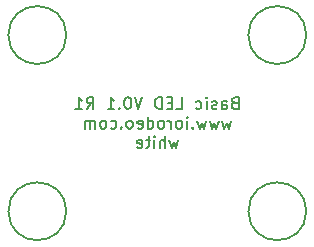
<source format=gbr>
%TF.GenerationSoftware,KiCad,Pcbnew,5.1.7-a382d34a8~87~ubuntu18.04.1*%
%TF.CreationDate,2022-01-02T15:36:47-08:00*%
%TF.ProjectId,basic_led,62617369-635f-46c6-9564-2e6b69636164,rev?*%
%TF.SameCoordinates,Original*%
%TF.FileFunction,Legend,Bot*%
%TF.FilePolarity,Positive*%
%FSLAX46Y46*%
G04 Gerber Fmt 4.6, Leading zero omitted, Abs format (unit mm)*
G04 Created by KiCad (PCBNEW 5.1.7-a382d34a8~87~ubuntu18.04.1) date 2022-01-02 15:36:47*
%MOMM*%
%LPD*%
G01*
G04 APERTURE LIST*
%ADD10C,0.150000*%
G04 APERTURE END LIST*
D10*
X69247619Y-58278571D02*
X69104761Y-58326190D01*
X69057142Y-58373809D01*
X69009523Y-58469047D01*
X69009523Y-58611904D01*
X69057142Y-58707142D01*
X69104761Y-58754761D01*
X69200000Y-58802380D01*
X69580952Y-58802380D01*
X69580952Y-57802380D01*
X69247619Y-57802380D01*
X69152380Y-57850000D01*
X69104761Y-57897619D01*
X69057142Y-57992857D01*
X69057142Y-58088095D01*
X69104761Y-58183333D01*
X69152380Y-58230952D01*
X69247619Y-58278571D01*
X69580952Y-58278571D01*
X68152380Y-58802380D02*
X68152380Y-58278571D01*
X68200000Y-58183333D01*
X68295238Y-58135714D01*
X68485714Y-58135714D01*
X68580952Y-58183333D01*
X68152380Y-58754761D02*
X68247619Y-58802380D01*
X68485714Y-58802380D01*
X68580952Y-58754761D01*
X68628571Y-58659523D01*
X68628571Y-58564285D01*
X68580952Y-58469047D01*
X68485714Y-58421428D01*
X68247619Y-58421428D01*
X68152380Y-58373809D01*
X67723809Y-58754761D02*
X67628571Y-58802380D01*
X67438095Y-58802380D01*
X67342857Y-58754761D01*
X67295238Y-58659523D01*
X67295238Y-58611904D01*
X67342857Y-58516666D01*
X67438095Y-58469047D01*
X67580952Y-58469047D01*
X67676190Y-58421428D01*
X67723809Y-58326190D01*
X67723809Y-58278571D01*
X67676190Y-58183333D01*
X67580952Y-58135714D01*
X67438095Y-58135714D01*
X67342857Y-58183333D01*
X66866666Y-58802380D02*
X66866666Y-58135714D01*
X66866666Y-57802380D02*
X66914285Y-57850000D01*
X66866666Y-57897619D01*
X66819047Y-57850000D01*
X66866666Y-57802380D01*
X66866666Y-57897619D01*
X65961904Y-58754761D02*
X66057142Y-58802380D01*
X66247619Y-58802380D01*
X66342857Y-58754761D01*
X66390476Y-58707142D01*
X66438095Y-58611904D01*
X66438095Y-58326190D01*
X66390476Y-58230952D01*
X66342857Y-58183333D01*
X66247619Y-58135714D01*
X66057142Y-58135714D01*
X65961904Y-58183333D01*
X64295238Y-58802380D02*
X64771428Y-58802380D01*
X64771428Y-57802380D01*
X63961904Y-58278571D02*
X63628571Y-58278571D01*
X63485714Y-58802380D02*
X63961904Y-58802380D01*
X63961904Y-57802380D01*
X63485714Y-57802380D01*
X63057142Y-58802380D02*
X63057142Y-57802380D01*
X62819047Y-57802380D01*
X62676190Y-57850000D01*
X62580952Y-57945238D01*
X62533333Y-58040476D01*
X62485714Y-58230952D01*
X62485714Y-58373809D01*
X62533333Y-58564285D01*
X62580952Y-58659523D01*
X62676190Y-58754761D01*
X62819047Y-58802380D01*
X63057142Y-58802380D01*
X61438095Y-57802380D02*
X61104761Y-58802380D01*
X60771428Y-57802380D01*
X60247619Y-57802380D02*
X60152380Y-57802380D01*
X60057142Y-57850000D01*
X60009523Y-57897619D01*
X59961904Y-57992857D01*
X59914285Y-58183333D01*
X59914285Y-58421428D01*
X59961904Y-58611904D01*
X60009523Y-58707142D01*
X60057142Y-58754761D01*
X60152380Y-58802380D01*
X60247619Y-58802380D01*
X60342857Y-58754761D01*
X60390476Y-58707142D01*
X60438095Y-58611904D01*
X60485714Y-58421428D01*
X60485714Y-58183333D01*
X60438095Y-57992857D01*
X60390476Y-57897619D01*
X60342857Y-57850000D01*
X60247619Y-57802380D01*
X59485714Y-58707142D02*
X59438095Y-58754761D01*
X59485714Y-58802380D01*
X59533333Y-58754761D01*
X59485714Y-58707142D01*
X59485714Y-58802380D01*
X58485714Y-58802380D02*
X59057142Y-58802380D01*
X58771428Y-58802380D02*
X58771428Y-57802380D01*
X58866666Y-57945238D01*
X58961904Y-58040476D01*
X59057142Y-58088095D01*
X56723809Y-58802380D02*
X57057142Y-58326190D01*
X57295238Y-58802380D02*
X57295238Y-57802380D01*
X56914285Y-57802380D01*
X56819047Y-57850000D01*
X56771428Y-57897619D01*
X56723809Y-57992857D01*
X56723809Y-58135714D01*
X56771428Y-58230952D01*
X56819047Y-58278571D01*
X56914285Y-58326190D01*
X57295238Y-58326190D01*
X55771428Y-58802380D02*
X56342857Y-58802380D01*
X56057142Y-58802380D02*
X56057142Y-57802380D01*
X56152380Y-57945238D01*
X56247619Y-58040476D01*
X56342857Y-58088095D01*
X68938095Y-59785714D02*
X68747619Y-60452380D01*
X68557142Y-59976190D01*
X68366666Y-60452380D01*
X68176190Y-59785714D01*
X67890476Y-59785714D02*
X67700000Y-60452380D01*
X67509523Y-59976190D01*
X67319047Y-60452380D01*
X67128571Y-59785714D01*
X66842857Y-59785714D02*
X66652380Y-60452380D01*
X66461904Y-59976190D01*
X66271428Y-60452380D01*
X66080952Y-59785714D01*
X65700000Y-60357142D02*
X65652380Y-60404761D01*
X65700000Y-60452380D01*
X65747619Y-60404761D01*
X65700000Y-60357142D01*
X65700000Y-60452380D01*
X65223809Y-60452380D02*
X65223809Y-59785714D01*
X65223809Y-59452380D02*
X65271428Y-59500000D01*
X65223809Y-59547619D01*
X65176190Y-59500000D01*
X65223809Y-59452380D01*
X65223809Y-59547619D01*
X64604761Y-60452380D02*
X64700000Y-60404761D01*
X64747619Y-60357142D01*
X64795238Y-60261904D01*
X64795238Y-59976190D01*
X64747619Y-59880952D01*
X64700000Y-59833333D01*
X64604761Y-59785714D01*
X64461904Y-59785714D01*
X64366666Y-59833333D01*
X64319047Y-59880952D01*
X64271428Y-59976190D01*
X64271428Y-60261904D01*
X64319047Y-60357142D01*
X64366666Y-60404761D01*
X64461904Y-60452380D01*
X64604761Y-60452380D01*
X63842857Y-60452380D02*
X63842857Y-59785714D01*
X63842857Y-59976190D02*
X63795238Y-59880952D01*
X63747619Y-59833333D01*
X63652380Y-59785714D01*
X63557142Y-59785714D01*
X63080952Y-60452380D02*
X63176190Y-60404761D01*
X63223809Y-60357142D01*
X63271428Y-60261904D01*
X63271428Y-59976190D01*
X63223809Y-59880952D01*
X63176190Y-59833333D01*
X63080952Y-59785714D01*
X62938095Y-59785714D01*
X62842857Y-59833333D01*
X62795238Y-59880952D01*
X62747619Y-59976190D01*
X62747619Y-60261904D01*
X62795238Y-60357142D01*
X62842857Y-60404761D01*
X62938095Y-60452380D01*
X63080952Y-60452380D01*
X61890476Y-60452380D02*
X61890476Y-59452380D01*
X61890476Y-60404761D02*
X61985714Y-60452380D01*
X62176190Y-60452380D01*
X62271428Y-60404761D01*
X62319047Y-60357142D01*
X62366666Y-60261904D01*
X62366666Y-59976190D01*
X62319047Y-59880952D01*
X62271428Y-59833333D01*
X62176190Y-59785714D01*
X61985714Y-59785714D01*
X61890476Y-59833333D01*
X61033333Y-60404761D02*
X61128571Y-60452380D01*
X61319047Y-60452380D01*
X61414285Y-60404761D01*
X61461904Y-60309523D01*
X61461904Y-59928571D01*
X61414285Y-59833333D01*
X61319047Y-59785714D01*
X61128571Y-59785714D01*
X61033333Y-59833333D01*
X60985714Y-59928571D01*
X60985714Y-60023809D01*
X61461904Y-60119047D01*
X60414285Y-60452380D02*
X60509523Y-60404761D01*
X60557142Y-60357142D01*
X60604761Y-60261904D01*
X60604761Y-59976190D01*
X60557142Y-59880952D01*
X60509523Y-59833333D01*
X60414285Y-59785714D01*
X60271428Y-59785714D01*
X60176190Y-59833333D01*
X60128571Y-59880952D01*
X60080952Y-59976190D01*
X60080952Y-60261904D01*
X60128571Y-60357142D01*
X60176190Y-60404761D01*
X60271428Y-60452380D01*
X60414285Y-60452380D01*
X59652380Y-60357142D02*
X59604761Y-60404761D01*
X59652380Y-60452380D01*
X59700000Y-60404761D01*
X59652380Y-60357142D01*
X59652380Y-60452380D01*
X58747619Y-60404761D02*
X58842857Y-60452380D01*
X59033333Y-60452380D01*
X59128571Y-60404761D01*
X59176190Y-60357142D01*
X59223809Y-60261904D01*
X59223809Y-59976190D01*
X59176190Y-59880952D01*
X59128571Y-59833333D01*
X59033333Y-59785714D01*
X58842857Y-59785714D01*
X58747619Y-59833333D01*
X58176190Y-60452380D02*
X58271428Y-60404761D01*
X58319047Y-60357142D01*
X58366666Y-60261904D01*
X58366666Y-59976190D01*
X58319047Y-59880952D01*
X58271428Y-59833333D01*
X58176190Y-59785714D01*
X58033333Y-59785714D01*
X57938095Y-59833333D01*
X57890476Y-59880952D01*
X57842857Y-59976190D01*
X57842857Y-60261904D01*
X57890476Y-60357142D01*
X57938095Y-60404761D01*
X58033333Y-60452380D01*
X58176190Y-60452380D01*
X57414285Y-60452380D02*
X57414285Y-59785714D01*
X57414285Y-59880952D02*
X57366666Y-59833333D01*
X57271428Y-59785714D01*
X57128571Y-59785714D01*
X57033333Y-59833333D01*
X56985714Y-59928571D01*
X56985714Y-60452380D01*
X56985714Y-59928571D02*
X56938095Y-59833333D01*
X56842857Y-59785714D01*
X56700000Y-59785714D01*
X56604761Y-59833333D01*
X56557142Y-59928571D01*
X56557142Y-60452380D01*
X64485714Y-61435714D02*
X64295238Y-62102380D01*
X64104761Y-61626190D01*
X63914285Y-62102380D01*
X63723809Y-61435714D01*
X63342857Y-62102380D02*
X63342857Y-61102380D01*
X62914285Y-62102380D02*
X62914285Y-61578571D01*
X62961904Y-61483333D01*
X63057142Y-61435714D01*
X63200000Y-61435714D01*
X63295238Y-61483333D01*
X63342857Y-61530952D01*
X62438095Y-62102380D02*
X62438095Y-61435714D01*
X62438095Y-61102380D02*
X62485714Y-61150000D01*
X62438095Y-61197619D01*
X62390476Y-61150000D01*
X62438095Y-61102380D01*
X62438095Y-61197619D01*
X62104761Y-61435714D02*
X61723809Y-61435714D01*
X61961904Y-61102380D02*
X61961904Y-61959523D01*
X61914285Y-62054761D01*
X61819047Y-62102380D01*
X61723809Y-62102380D01*
X61009523Y-62054761D02*
X61104761Y-62102380D01*
X61295238Y-62102380D01*
X61390476Y-62054761D01*
X61438095Y-61959523D01*
X61438095Y-61578571D01*
X61390476Y-61483333D01*
X61295238Y-61435714D01*
X61104761Y-61435714D01*
X61009523Y-61483333D01*
X60961904Y-61578571D01*
X60961904Y-61673809D01*
X61438095Y-61769047D01*
%TO.C,M4*%
X54990000Y-67460000D02*
G75*
G03*
X54990000Y-67460000I-2450000J0D01*
G01*
%TO.C,M3*%
X75310000Y-67460000D02*
G75*
G03*
X75310000Y-67460000I-2450000J0D01*
G01*
%TO.C,M2*%
X75310000Y-52540000D02*
G75*
G03*
X75310000Y-52540000I-2450000J0D01*
G01*
%TO.C,M1*%
X54990000Y-52540000D02*
G75*
G03*
X54990000Y-52540000I-2450000J0D01*
G01*
%TD*%
M02*

</source>
